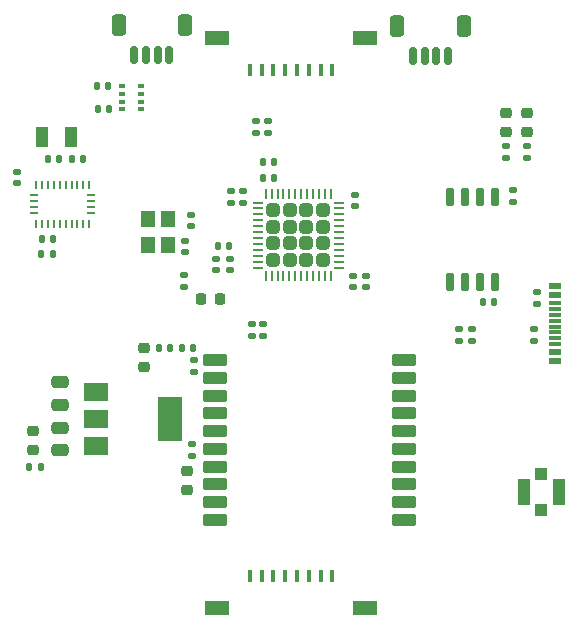
<source format=gbr>
%TF.GenerationSoftware,KiCad,Pcbnew,8.0.4*%
%TF.CreationDate,2024-10-05T19:20:08-05:00*%
%TF.ProjectId,ARES_FC,41524553-5f46-4432-9e6b-696361645f70,rev?*%
%TF.SameCoordinates,Original*%
%TF.FileFunction,Paste,Top*%
%TF.FilePolarity,Positive*%
%FSLAX46Y46*%
G04 Gerber Fmt 4.6, Leading zero omitted, Abs format (unit mm)*
G04 Created by KiCad (PCBNEW 8.0.4) date 2024-10-05 19:20:08*
%MOMM*%
%LPD*%
G01*
G04 APERTURE LIST*
G04 Aperture macros list*
%AMRoundRect*
0 Rectangle with rounded corners*
0 $1 Rounding radius*
0 $2 $3 $4 $5 $6 $7 $8 $9 X,Y pos of 4 corners*
0 Add a 4 corners polygon primitive as box body*
4,1,4,$2,$3,$4,$5,$6,$7,$8,$9,$2,$3,0*
0 Add four circle primitives for the rounded corners*
1,1,$1+$1,$2,$3*
1,1,$1+$1,$4,$5*
1,1,$1+$1,$6,$7*
1,1,$1+$1,$8,$9*
0 Add four rect primitives between the rounded corners*
20,1,$1+$1,$2,$3,$4,$5,0*
20,1,$1+$1,$4,$5,$6,$7,0*
20,1,$1+$1,$6,$7,$8,$9,0*
20,1,$1+$1,$8,$9,$2,$3,0*%
G04 Aperture macros list end*
%ADD10RoundRect,0.140000X0.170000X-0.140000X0.170000X0.140000X-0.170000X0.140000X-0.170000X-0.140000X0*%
%ADD11RoundRect,0.140000X0.140000X0.170000X-0.140000X0.170000X-0.140000X-0.170000X0.140000X-0.170000X0*%
%ADD12RoundRect,0.135000X0.185000X-0.135000X0.185000X0.135000X-0.185000X0.135000X-0.185000X-0.135000X0*%
%ADD13R,0.500000X0.350000*%
%ADD14R,1.000000X1.000000*%
%ADD15R,1.050000X2.200000*%
%ADD16RoundRect,0.218750X0.256250X-0.218750X0.256250X0.218750X-0.256250X0.218750X-0.256250X-0.218750X0*%
%ADD17RoundRect,0.140000X-0.170000X0.140000X-0.170000X-0.140000X0.170000X-0.140000X0.170000X0.140000X0*%
%ADD18R,1.140000X0.600000*%
%ADD19R,1.140000X0.300000*%
%ADD20R,1.200000X1.400000*%
%ADD21RoundRect,0.140000X-0.140000X-0.170000X0.140000X-0.170000X0.140000X0.170000X-0.140000X0.170000X0*%
%ADD22RoundRect,0.135000X-0.185000X0.135000X-0.185000X-0.135000X0.185000X-0.135000X0.185000X0.135000X0*%
%ADD23RoundRect,0.150000X-0.150000X0.650000X-0.150000X-0.650000X0.150000X-0.650000X0.150000X0.650000X0*%
%ADD24R,0.400000X1.000000*%
%ADD25R,2.000000X1.300000*%
%ADD26RoundRect,0.250000X0.475000X-0.250000X0.475000X0.250000X-0.475000X0.250000X-0.475000X-0.250000X0*%
%ADD27RoundRect,0.135000X-0.135000X-0.185000X0.135000X-0.185000X0.135000X0.185000X-0.135000X0.185000X0*%
%ADD28RoundRect,0.125000X-0.875000X-0.375000X0.875000X-0.375000X0.875000X0.375000X-0.875000X0.375000X0*%
%ADD29RoundRect,0.150000X-0.150000X-0.625000X0.150000X-0.625000X0.150000X0.625000X-0.150000X0.625000X0*%
%ADD30RoundRect,0.250000X-0.350000X-0.650000X0.350000X-0.650000X0.350000X0.650000X-0.350000X0.650000X0*%
%ADD31RoundRect,0.250000X-0.315000X-0.315000X0.315000X-0.315000X0.315000X0.315000X-0.315000X0.315000X0*%
%ADD32RoundRect,0.062500X-0.375000X-0.062500X0.375000X-0.062500X0.375000X0.062500X-0.375000X0.062500X0*%
%ADD33RoundRect,0.062500X-0.062500X-0.375000X0.062500X-0.375000X0.062500X0.375000X-0.062500X0.375000X0*%
%ADD34R,1.000000X1.800000*%
%ADD35R,2.000000X1.500000*%
%ADD36R,2.000000X3.800000*%
%ADD37R,0.254000X0.675000*%
%ADD38R,0.675000X0.254000*%
%ADD39RoundRect,0.218750X-0.218750X-0.256250X0.218750X-0.256250X0.218750X0.256250X-0.218750X0.256250X0*%
G04 APERTURE END LIST*
D10*
%TO.C,C3*%
X141000000Y-93508540D03*
X141000000Y-92548540D03*
%TD*%
D11*
%TO.C,C16*%
X129852500Y-92359500D03*
X128892500Y-92359500D03*
%TD*%
D12*
%TO.C,R14*%
X140900000Y-96460000D03*
X140900000Y-95440000D03*
%TD*%
D13*
%TO.C,U3*%
X137287500Y-79450000D03*
X137287500Y-80100000D03*
X137287500Y-80750000D03*
X137287500Y-81400000D03*
X135687500Y-81400000D03*
X135687500Y-80750000D03*
X135687500Y-80100000D03*
X135687500Y-79450000D03*
%TD*%
D14*
%TO.C,AE1*%
X171200000Y-115292000D03*
D15*
X169725000Y-113792000D03*
D14*
X171200000Y-112292000D03*
D15*
X172675000Y-113792000D03*
%TD*%
D16*
%TO.C,D3*%
X169950000Y-83287500D03*
X169950000Y-81712500D03*
%TD*%
D17*
%TO.C,C15*%
X126832500Y-86672500D03*
X126832500Y-87632500D03*
%TD*%
%TO.C,C7*%
X155378000Y-88668540D03*
X155378000Y-89628540D03*
%TD*%
D18*
%TO.C,J2*%
X172312500Y-102750000D03*
X172312500Y-101950000D03*
D19*
X172312500Y-100800000D03*
X172312500Y-99800000D03*
X172312500Y-99300000D03*
X172312500Y-98300000D03*
D18*
X172312500Y-96350000D03*
X172312500Y-97150000D03*
D19*
X172312500Y-97800000D03*
X172312500Y-98800000D03*
X172312500Y-100300000D03*
X172312500Y-101300000D03*
%TD*%
D20*
%TO.C,Y1*%
X137910800Y-90707340D03*
X137910800Y-92907340D03*
X139610800Y-92907340D03*
X139610800Y-90707340D03*
%TD*%
D21*
%TO.C,C18*%
X129400500Y-85628500D03*
X130360500Y-85628500D03*
%TD*%
%TO.C,C23*%
X133557500Y-79425000D03*
X134517500Y-79425000D03*
%TD*%
D22*
%TO.C,R2*%
X170784760Y-96841200D03*
X170784760Y-97861200D03*
%TD*%
D23*
%TO.C,U5*%
X167227500Y-88850000D03*
X165957500Y-88850000D03*
X164687500Y-88850000D03*
X163417500Y-88850000D03*
X163417500Y-96050000D03*
X164687500Y-96050000D03*
X165957500Y-96050000D03*
X167227500Y-96050000D03*
%TD*%
D12*
%TO.C,R15*%
X164200000Y-101010000D03*
X164200000Y-99990000D03*
%TD*%
D21*
%TO.C,C8*%
X147617000Y-87189740D03*
X148577000Y-87189740D03*
%TD*%
D24*
%TO.C,J3*%
X146500000Y-120950000D03*
X147500000Y-120950000D03*
X148500000Y-120950000D03*
X149500000Y-120950000D03*
X150500000Y-120950000D03*
X151500000Y-120950000D03*
X152500000Y-120950000D03*
X153500000Y-120950000D03*
D25*
X143700000Y-123650000D03*
X156300000Y-123650000D03*
%TD*%
D12*
%TO.C,R1*%
X170534760Y-101011200D03*
X170534760Y-99991200D03*
%TD*%
D22*
%TO.C,R12*%
X147000000Y-82390000D03*
X147000000Y-83410000D03*
%TD*%
D21*
%TO.C,C21*%
X138820000Y-101650000D03*
X139780000Y-101650000D03*
%TD*%
D16*
%TO.C,FB2*%
X137550000Y-103187500D03*
X137550000Y-101612500D03*
%TD*%
D26*
%TO.C,C13*%
X130450000Y-110250000D03*
X130450000Y-108350000D03*
%TD*%
D22*
%TO.C,R9*%
X169950000Y-84527500D03*
X169950000Y-85547500D03*
%TD*%
D27*
%TO.C,R4*%
X128862500Y-93629500D03*
X129882500Y-93629500D03*
%TD*%
D28*
%TO.C,U6*%
X143550000Y-102650000D03*
X143550000Y-104150000D03*
X143550000Y-105650000D03*
X143550000Y-107150000D03*
X143550000Y-108650000D03*
X143550000Y-110150000D03*
X143550000Y-111650000D03*
X143550000Y-113150000D03*
X143550000Y-114650000D03*
X143550000Y-116150000D03*
X159550000Y-116150000D03*
X159550000Y-114650000D03*
X159550000Y-113150000D03*
X159550000Y-111650000D03*
X159550000Y-110150000D03*
X159550000Y-108650000D03*
X159550000Y-107150000D03*
X159550000Y-105650000D03*
X159550000Y-104150000D03*
X159550000Y-102650000D03*
%TD*%
D29*
%TO.C,J7*%
X160300000Y-76875000D03*
X161300000Y-76875001D03*
X162300000Y-76875000D03*
X163300000Y-76875001D03*
D30*
X158999999Y-74349999D03*
X164600000Y-74349999D03*
%TD*%
D11*
%TO.C,C20*%
X167187500Y-97700000D03*
X166227500Y-97700000D03*
%TD*%
D22*
%TO.C,R13*%
X148050000Y-82400000D03*
X148050000Y-83420000D03*
%TD*%
D31*
%TO.C,U1*%
X148500000Y-89949740D03*
X148500000Y-91349740D03*
X148500000Y-92749740D03*
X148500000Y-94149740D03*
X149900000Y-89949740D03*
X149900000Y-91349740D03*
X149900000Y-92749740D03*
X149900000Y-94149740D03*
X151300000Y-89949740D03*
X151300000Y-91349740D03*
X151300000Y-92749740D03*
X151300000Y-94149740D03*
X152700000Y-89949740D03*
X152700000Y-91349740D03*
X152700000Y-92749740D03*
X152700000Y-94149740D03*
D32*
X147162500Y-89299740D03*
X147162500Y-89799740D03*
X147162500Y-90299740D03*
X147162500Y-90799740D03*
X147162500Y-91299740D03*
X147162500Y-91799740D03*
X147162500Y-92299740D03*
X147162500Y-92799740D03*
X147162500Y-93299740D03*
X147162500Y-93799740D03*
X147162500Y-94299740D03*
X147162500Y-94799740D03*
D33*
X147850000Y-95487240D03*
X148350000Y-95487240D03*
X148850000Y-95487240D03*
X149350000Y-95487240D03*
X149850000Y-95487240D03*
X150350000Y-95487240D03*
X150850000Y-95487240D03*
X151350000Y-95487240D03*
X151850000Y-95487240D03*
X152350000Y-95487240D03*
X152850000Y-95487240D03*
X153350000Y-95487240D03*
D32*
X154037500Y-94799740D03*
X154037500Y-94299740D03*
X154037500Y-93799740D03*
X154037500Y-93299740D03*
X154037500Y-92799740D03*
X154037500Y-92299740D03*
X154037500Y-91799740D03*
X154037500Y-91299740D03*
X154037500Y-90799740D03*
X154037500Y-90299740D03*
X154037500Y-89799740D03*
X154037500Y-89299740D03*
D33*
X153350000Y-88612240D03*
X152850000Y-88612240D03*
X152350000Y-88612240D03*
X151850000Y-88612240D03*
X151350000Y-88612240D03*
X150850000Y-88612240D03*
X150350000Y-88612240D03*
X149850000Y-88612240D03*
X149350000Y-88612240D03*
X148850000Y-88612240D03*
X148350000Y-88612240D03*
X147850000Y-88612240D03*
%TD*%
D34*
%TO.C,Y2*%
X128884500Y-83723500D03*
X131384500Y-83723500D03*
%TD*%
D22*
%TO.C,R10*%
X146650000Y-99540000D03*
X146650000Y-100560000D03*
%TD*%
D35*
%TO.C,U2*%
X133450000Y-105300000D03*
X133450000Y-107600000D03*
D36*
X139750000Y-107600000D03*
D35*
X133450000Y-109900000D03*
%TD*%
D26*
%TO.C,C14*%
X130450000Y-106400000D03*
X130450000Y-104500000D03*
%TD*%
D10*
%TO.C,C5*%
X144910000Y-89307740D03*
X144910000Y-88347740D03*
%TD*%
D27*
%TO.C,R3*%
X127790000Y-111729500D03*
X128810000Y-111729500D03*
%TD*%
D22*
%TO.C,R8*%
X168168000Y-84527500D03*
X168168000Y-85547500D03*
%TD*%
D21*
%TO.C,C17*%
X131432500Y-85628500D03*
X132392500Y-85628500D03*
%TD*%
D11*
%TO.C,C1*%
X144760000Y-93011000D03*
X143800000Y-93011000D03*
%TD*%
D21*
%TO.C,C4*%
X147617000Y-85906740D03*
X148577000Y-85906740D03*
%TD*%
D12*
%TO.C,R6*%
X141650000Y-110760000D03*
X141650000Y-109740000D03*
%TD*%
D22*
%TO.C,R5*%
X141750000Y-102640000D03*
X141750000Y-103660000D03*
%TD*%
D24*
%TO.C,J6*%
X153500000Y-78060000D03*
X152500000Y-78060000D03*
X151500000Y-78060000D03*
X150500000Y-78060000D03*
X149500000Y-78060000D03*
X148500000Y-78060000D03*
X147500000Y-78060000D03*
X146500000Y-78060000D03*
D25*
X156300000Y-75360000D03*
X143700000Y-75360000D03*
%TD*%
D17*
%TO.C,C6*%
X155278000Y-95518800D03*
X155278000Y-96478800D03*
%TD*%
D12*
%TO.C,R16*%
X165350000Y-101010000D03*
X165350000Y-99990000D03*
%TD*%
D10*
%TO.C,C2*%
X141554800Y-91271340D03*
X141554800Y-90311340D03*
%TD*%
D21*
%TO.C,C24*%
X133657500Y-81375000D03*
X134617500Y-81375000D03*
%TD*%
D10*
%TO.C,C10*%
X144788000Y-95015000D03*
X144788000Y-94055000D03*
%TD*%
D16*
%TO.C,D1*%
X128150000Y-110229500D03*
X128150000Y-108654500D03*
%TD*%
D22*
%TO.C,R11*%
X147650000Y-99540000D03*
X147650000Y-100560000D03*
%TD*%
D37*
%TO.C,U4*%
X128412500Y-87787500D03*
D38*
X128275000Y-88700000D03*
X128275000Y-89200000D03*
X128275000Y-89700000D03*
X128275000Y-90200000D03*
D37*
X128412500Y-91112500D03*
X128912500Y-91112500D03*
X129412500Y-91112500D03*
X129912500Y-91112500D03*
X130412500Y-91112500D03*
X130912500Y-91112500D03*
X131412500Y-91112500D03*
X131912500Y-91112500D03*
X132412500Y-91112500D03*
X132912500Y-91112500D03*
D38*
X133050000Y-90200000D03*
X133050000Y-89700000D03*
X133050000Y-89200000D03*
X133050000Y-88700000D03*
D37*
X132912500Y-87787500D03*
X132412500Y-87787500D03*
X131912500Y-87787500D03*
X131412500Y-87787500D03*
X130912500Y-87787500D03*
X130412500Y-87787500D03*
X129912500Y-87787500D03*
X129412500Y-87787500D03*
X128912500Y-87787500D03*
%TD*%
D10*
%TO.C,C12*%
X156350000Y-96480000D03*
X156350000Y-95520000D03*
%TD*%
D16*
%TO.C,D2*%
X168168000Y-83287500D03*
X168168000Y-81712500D03*
%TD*%
%TO.C,D4*%
X141150000Y-113637500D03*
X141150000Y-112062500D03*
%TD*%
D11*
%TO.C,C19*%
X141730000Y-101650000D03*
X140770000Y-101650000D03*
%TD*%
D10*
%TO.C,C9*%
X143645000Y-95015000D03*
X143645000Y-94055000D03*
%TD*%
D12*
%TO.C,R7*%
X168757500Y-89260000D03*
X168757500Y-88240000D03*
%TD*%
D10*
%TO.C,C11*%
X145910000Y-89307740D03*
X145910000Y-88347740D03*
%TD*%
D29*
%TO.C,J8*%
X136700000Y-76825000D03*
X137700000Y-76825000D03*
X138700000Y-76825000D03*
X139700000Y-76825000D03*
D30*
X135400000Y-74300000D03*
X141000000Y-74300000D03*
%TD*%
D39*
%TO.C,FB1*%
X142384500Y-97496540D03*
X143959500Y-97496540D03*
%TD*%
M02*

</source>
